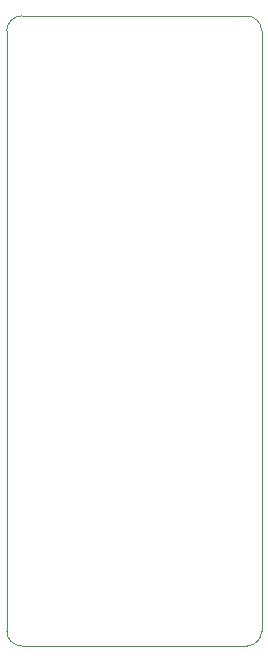
<source format=gbr>
%TF.GenerationSoftware,KiCad,Pcbnew,5.1.9+dfsg1-1+deb11u1*%
%TF.CreationDate,2024-05-04T00:08:04-07:00*%
%TF.ProjectId,BBpower,4242706f-7765-4722-9e6b-696361645f70,rev?*%
%TF.SameCoordinates,Original*%
%TF.FileFunction,Profile,NP*%
%FSLAX46Y46*%
G04 Gerber Fmt 4.6, Leading zero omitted, Abs format (unit mm)*
G04 Created by KiCad (PCBNEW 5.1.9+dfsg1-1+deb11u1) date 2024-05-04 00:08:04*
%MOMM*%
%LPD*%
G01*
G04 APERTURE LIST*
%TA.AperFunction,Profile*%
%ADD10C,0.050000*%
%TD*%
G04 APERTURE END LIST*
D10*
X168910000Y-144780000D02*
G75*
G02*
X167640000Y-143510000I0J1270000D01*
G01*
X189230000Y-143510000D02*
G75*
G02*
X187960000Y-144780000I-1270000J0D01*
G01*
X167640000Y-92710000D02*
G75*
G02*
X168910000Y-91440000I1270000J0D01*
G01*
X187960000Y-91440000D02*
G75*
G02*
X189230000Y-92710000I0J-1270000D01*
G01*
X168910000Y-91440000D02*
X187960000Y-91440000D01*
X167640000Y-143510000D02*
X167640000Y-92710000D01*
X187960000Y-144780000D02*
X168910000Y-144780000D01*
X189230000Y-92710000D02*
X189230000Y-143510000D01*
M02*

</source>
